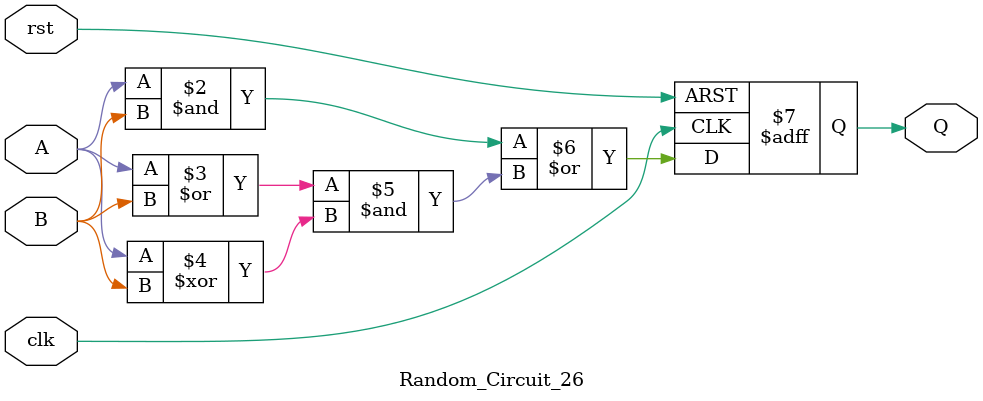
<source format=v>
module Random_Circuit_26 (
    input A, B, clk, rst,
    output reg Q
);
    always @(posedge clk or posedge rst) begin
        if (rst)
            Q <= 0;
        else
            Q <= (A & B) | (A | B) & (A ^ B);  // AND, OR, XOR logic
    end
endmodule

</source>
